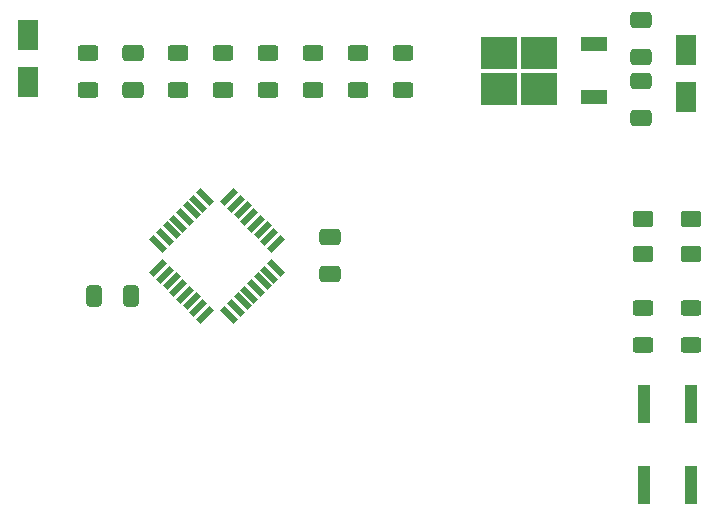
<source format=gtp>
G04 #@! TF.GenerationSoftware,KiCad,Pcbnew,6.0.7-1.fc36*
G04 #@! TF.CreationDate,2022-08-13T19:37:31+02:00*
G04 #@! TF.ProjectId,drahtlos_klingel,64726168-746c-46f7-935f-6b6c696e6765,rev?*
G04 #@! TF.SameCoordinates,Original*
G04 #@! TF.FileFunction,Paste,Top*
G04 #@! TF.FilePolarity,Positive*
%FSLAX46Y46*%
G04 Gerber Fmt 4.6, Leading zero omitted, Abs format (unit mm)*
G04 Created by KiCad (PCBNEW 6.0.7-1.fc36) date 2022-08-13 19:37:31*
%MOMM*%
%LPD*%
G01*
G04 APERTURE LIST*
G04 Aperture macros list*
%AMRoundRect*
0 Rectangle with rounded corners*
0 $1 Rounding radius*
0 $2 $3 $4 $5 $6 $7 $8 $9 X,Y pos of 4 corners*
0 Add a 4 corners polygon primitive as box body*
4,1,4,$2,$3,$4,$5,$6,$7,$8,$9,$2,$3,0*
0 Add four circle primitives for the rounded corners*
1,1,$1+$1,$2,$3*
1,1,$1+$1,$4,$5*
1,1,$1+$1,$6,$7*
1,1,$1+$1,$8,$9*
0 Add four rect primitives between the rounded corners*
20,1,$1+$1,$2,$3,$4,$5,0*
20,1,$1+$1,$4,$5,$6,$7,0*
20,1,$1+$1,$6,$7,$8,$9,0*
20,1,$1+$1,$8,$9,$2,$3,0*%
%AMRotRect*
0 Rectangle, with rotation*
0 The origin of the aperture is its center*
0 $1 length*
0 $2 width*
0 $3 Rotation angle, in degrees counterclockwise*
0 Add horizontal line*
21,1,$1,$2,0,0,$3*%
G04 Aperture macros list end*
%ADD10R,1.800000X2.500000*%
%ADD11RoundRect,0.250001X-0.624999X0.462499X-0.624999X-0.462499X0.624999X-0.462499X0.624999X0.462499X0*%
%ADD12RoundRect,0.250000X-0.650000X0.412500X-0.650000X-0.412500X0.650000X-0.412500X0.650000X0.412500X0*%
%ADD13RotRect,1.600000X0.550000X45.000000*%
%ADD14RotRect,1.600000X0.550000X135.000000*%
%ADD15RoundRect,0.250000X-0.412500X-0.650000X0.412500X-0.650000X0.412500X0.650000X-0.412500X0.650000X0*%
%ADD16R,3.050000X2.750000*%
%ADD17R,2.200000X1.200000*%
%ADD18RoundRect,0.250000X0.625000X-0.400000X0.625000X0.400000X-0.625000X0.400000X-0.625000X-0.400000X0*%
%ADD19RoundRect,0.250000X-0.625000X0.400000X-0.625000X-0.400000X0.625000X-0.400000X0.625000X0.400000X0*%
%ADD20R,1.000000X3.200000*%
%ADD21RoundRect,0.250000X0.650000X-0.412500X0.650000X0.412500X-0.650000X0.412500X-0.650000X-0.412500X0*%
G04 APERTURE END LIST*
D10*
X90017600Y-37731200D03*
X90017600Y-33731200D03*
D11*
X86360000Y-48042500D03*
X86360000Y-51017500D03*
X90424000Y-48042500D03*
X90424000Y-51017500D03*
D12*
X59848000Y-49621000D03*
X59848000Y-52746000D03*
D13*
X45337897Y-52208805D03*
X45903583Y-52774490D03*
X46469268Y-53340176D03*
X47034953Y-53905861D03*
X47600639Y-54471547D03*
X48166324Y-55037232D03*
X48732010Y-55602917D03*
X49297695Y-56168603D03*
D14*
X51348305Y-56168603D03*
X51913990Y-55602917D03*
X52479676Y-55037232D03*
X53045361Y-54471547D03*
X53611047Y-53905861D03*
X54176732Y-53340176D03*
X54742417Y-52774490D03*
X55308103Y-52208805D03*
D13*
X55308103Y-50158195D03*
X54742417Y-49592510D03*
X54176732Y-49026824D03*
X53611047Y-48461139D03*
X53045361Y-47895453D03*
X52479676Y-47329768D03*
X51913990Y-46764083D03*
X51348305Y-46198397D03*
D14*
X49297695Y-46198397D03*
X48732010Y-46764083D03*
X48166324Y-47329768D03*
X47600639Y-47895453D03*
X47034953Y-48461139D03*
X46469268Y-49026824D03*
X45903583Y-49592510D03*
X45337897Y-50158195D03*
D15*
X39870500Y-54612500D03*
X42995500Y-54612500D03*
D16*
X74225000Y-37025000D03*
X77575000Y-37025000D03*
X74225000Y-33975000D03*
X77575000Y-33975000D03*
D17*
X82200000Y-37780000D03*
X82200000Y-33220000D03*
D18*
X54610000Y-37110000D03*
X54610000Y-34010000D03*
D19*
X58420000Y-34010000D03*
X58420000Y-37110000D03*
D18*
X50800000Y-37110000D03*
X50800000Y-34010000D03*
X86360000Y-58700000D03*
X86360000Y-55600000D03*
D10*
X34290000Y-36500000D03*
X34290000Y-32500000D03*
D18*
X90424000Y-58700000D03*
X90424000Y-55600000D03*
D19*
X66040000Y-34010000D03*
X66040000Y-37110000D03*
D12*
X86207600Y-34340800D03*
X86207600Y-31215800D03*
D18*
X46990000Y-37110000D03*
X46990000Y-34010000D03*
D20*
X90434000Y-70575200D03*
X90434000Y-63775200D03*
X86434000Y-70575200D03*
X86434000Y-63775200D03*
D21*
X86207600Y-36385100D03*
X86207600Y-39510100D03*
X43180000Y-37122500D03*
X43180000Y-33997500D03*
D18*
X39370000Y-37110000D03*
X39370000Y-34010000D03*
D19*
X62230000Y-34010000D03*
X62230000Y-37110000D03*
M02*

</source>
